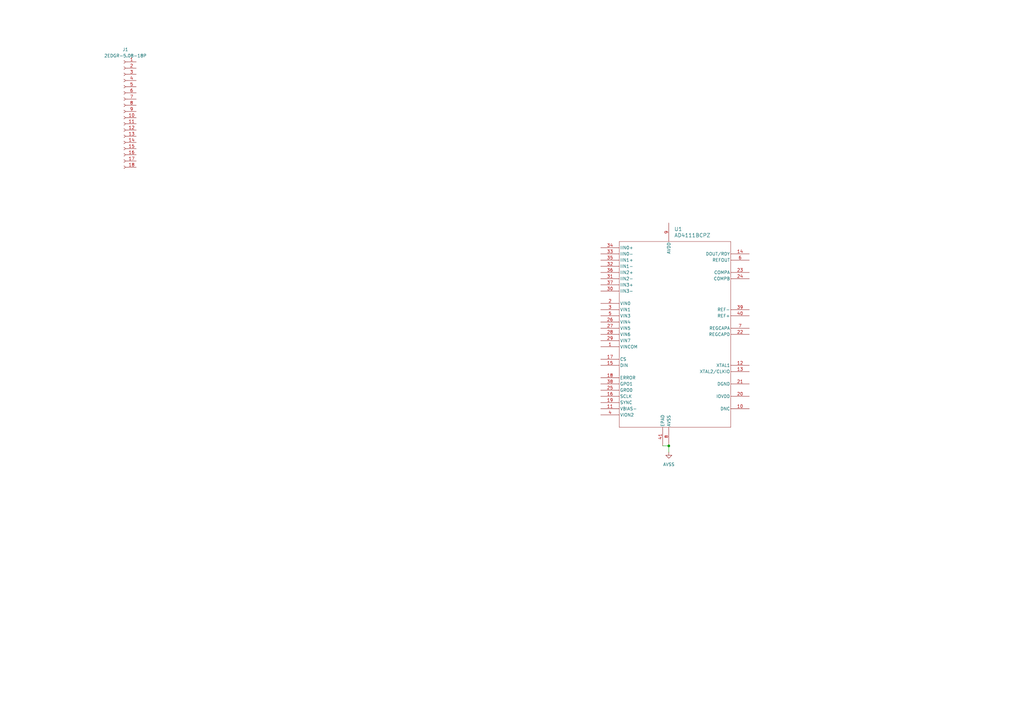
<source format=kicad_sch>
(kicad_sch (version 20231120) (generator "eeschema") (generator_version "8.0")
  (paper "A3")
  (lib_symbols
    (symbol "kicad_inventree_lib:AD4111BCPZ" (pin_names (offset 0.254))
      (property "Reference" "U" (at 0 4.064 0))
      (property "Value" "AD4111BCPZ" (at 0 1.524 0))
      (symbol "AD4111BCPZ_1_1"
        (polyline (pts (xy -22.86 -91.44) (xy 22.86 -91.44)) (stroke (width 0.127)))
        (polyline (pts (xy -22.86 -15.24) (xy -22.86 -91.44)) (stroke (width 0.127)))
        (polyline (pts (xy 22.86 -91.44) (xy 22.86 -15.24)) (stroke (width 0.127)))
        (polyline (pts (xy 22.86 -15.24) (xy -22.86 -15.24)) (stroke (width 0.127)))
        (pin unspecified line (at -30.48 -58.42 0) (length 7.62) (name "VINCOM") (number "1"))
        (pin unspecified line (at 30.48 -83.82 180) (length 7.62) (name "DNC") (number "10"))
        (pin unspecified line (at -30.48 -83.82 0) (length 7.62) (name "VBIAS-") (number "11"))
        (pin unspecified line (at 30.48 -66.04 180) (length 7.62) (name "XTAL1") (number "12"))
        (pin unspecified line (at 30.48 -68.58 180) (length 7.62) (name "XTAL2/CLKIO") (number "13"))
        (pin unspecified line (at 30.48 -20.32 180) (length 7.62) (name "DOUT/RDY") (number "14"))
        (pin unspecified line (at -30.48 -66.04 0) (length 7.62) (name "DIN") (number "15"))
        (pin unspecified line (at -30.48 -78.74 0) (length 7.62) (name "SCLK") (number "16"))
        (pin unspecified line (at -30.48 -63.5 0) (length 7.62) (name "CS") (number "17"))
        (pin unspecified line (at -30.48 -71.12 0) (length 7.62) (name "ERROR") (number "18"))
        (pin unspecified line (at -30.48 -81.28 0) (length 7.62) (name "SYNC") (number "19"))
        (pin unspecified line (at -30.48 -40.64 0) (length 7.62) (name "VIN0") (number "2"))
        (pin unspecified line (at 30.48 -78.74 180) (length 7.62) (name "IOVDD") (number "20"))
        (pin unspecified line (at 30.48 -73.66 180) (length 7.62) (name "DGND") (number "21"))
        (pin unspecified line (at 30.48 -53.34 180) (length 7.62) (name "REGCAPD") (number "22"))
        (pin unspecified line (at 30.48 -27.94 180) (length 7.62) (name "COMPA") (number "23"))
        (pin unspecified line (at 30.48 -30.48 180) (length 7.62) (name "COMPB") (number "24"))
        (pin unspecified line (at -30.48 -76.2 0) (length 7.62) (name "GRO0") (number "25"))
        (pin unspecified line (at -30.48 -48.26 0) (length 7.62) (name "VIN4") (number "26"))
        (pin unspecified line (at -30.48 -50.8 0) (length 7.62) (name "VIN5") (number "27"))
        (pin unspecified line (at -30.48 -53.34 0) (length 7.62) (name "VIN6") (number "28"))
        (pin unspecified line (at -30.48 -55.88 0) (length 7.62) (name "VIN7") (number "29"))
        (pin unspecified line (at -30.48 -43.18 0) (length 7.62) (name "VIN1") (number "3"))
        (pin unspecified line (at -30.48 -35.56 0) (length 7.62) (name "IIN3-") (number "30"))
        (pin unspecified line (at -30.48 -30.48 0) (length 7.62) (name "IIN2-") (number "31"))
        (pin unspecified line (at -30.48 -25.4 0) (length 7.62) (name "IIN1-") (number "32"))
        (pin unspecified line (at -30.48 -20.32 0) (length 7.62) (name "IIN0-") (number "33"))
        (pin unspecified line (at -30.48 -17.78 0) (length 7.62) (name "IIN0+") (number "34"))
        (pin unspecified line (at -30.48 -22.86 0) (length 7.62) (name "IIN1+") (number "35"))
        (pin unspecified line (at -30.48 -27.94 0) (length 7.62) (name "IIN2+") (number "36"))
        (pin unspecified line (at -30.48 -33.02 0) (length 7.62) (name "IIN3+") (number "37"))
        (pin unspecified line (at -30.48 -73.66 0) (length 7.62) (name "GPO1") (number "38"))
        (pin unspecified line (at 30.48 -43.18 180) (length 7.62) (name "REF-") (number "39"))
        (pin unspecified line (at -30.48 -86.36 0) (length 7.62) (name "VION2") (number "4"))
        (pin unspecified line (at 30.48 -45.72 180) (length 7.62) (name "REF+") (number "40"))
        (pin unspecified line (at -5.08 -99.06 90) (length 7.62) (name "EPAD") (number "41"))
        (pin unspecified line (at -30.48 -45.72 0) (length 7.62) (name "VIN3") (number "5"))
        (pin unspecified line (at 30.48 -22.86 180) (length 7.62) (name "REFOUT") (number "6"))
        (pin unspecified line (at 30.48 -50.8 180) (length 7.62) (name "REGCAPA") (number "7"))
        (pin unspecified line (at -2.54 -99.06 90) (length 7.62) (name "AVSS") (number "8"))
        (pin unspecified line (at -2.54 -7.62 270) (length 7.62) (name "AVDD") (number "9"))
      )
    )
    (symbol "kicad_inventree_lib:Degson_2EDGR-5.08-18P" (pin_names (offset 1.016) hide)
      (property "Reference" "J" (at 0 2.54 0))
      (property "Value" "2EDGR-5.08-18P" (at -4.572 -46.482 0))
      (symbol "Degson_2EDGR-5.08-18P_1_1"
        (arc (start 0 -42.672) (mid -0.5058 -43.18) (end 0 -43.688) (stroke (width 0.1524)))
        (arc (start 0 -40.132) (mid -0.5058 -40.64) (end 0 -41.148) (stroke (width 0.1524)))
        (arc (start 0 -37.592) (mid -0.5058 -38.1) (end 0 -38.608) (stroke (width 0.1524)))
        (arc (start 0 -35.052) (mid -0.5058 -35.56) (end 0 -36.068) (stroke (width 0.1524)))
        (arc (start 0 -32.512) (mid -0.5058 -33.02) (end 0 -33.528) (stroke (width 0.1524)))
        (arc (start 0 -29.972) (mid -0.5058 -30.48) (end 0 -30.988) (stroke (width 0.1524)))
        (arc (start 0 -27.432) (mid -0.5058 -27.94) (end 0 -28.448) (stroke (width 0.1524)))
        (arc (start 0 -24.892) (mid -0.5058 -25.4) (end 0 -25.908) (stroke (width 0.1524)))
        (arc (start 0 -22.352) (mid -0.5058 -22.86) (end 0 -23.368) (stroke (width 0.1524)))
        (arc (start 0 -19.812) (mid -0.5058 -20.32) (end 0 -20.828) (stroke (width 0.1524)))
        (arc (start 0 -17.272) (mid -0.5058 -17.78) (end 0 -18.288) (stroke (width 0.1524)))
        (arc (start 0 -14.732) (mid -0.5058 -15.24) (end 0 -15.748) (stroke (width 0.1524)))
        (arc (start 0 -12.192) (mid -0.5058 -12.7) (end 0 -13.208) (stroke (width 0.1524)))
        (arc (start 0 -9.652) (mid -0.5058 -10.16) (end 0 -10.668) (stroke (width 0.1524)))
        (arc (start 0 -7.112) (mid -0.5058 -7.62) (end 0 -8.128) (stroke (width 0.1524)))
        (arc (start 0 -4.572) (mid -0.5058 -5.08) (end 0 -5.588) (stroke (width 0.1524)))
        (arc (start 0 -2.032) (mid -0.5058 -2.54) (end 0 -3.048) (stroke (width 0.1524)))
        (polyline (pts (xy -1.27 -43.18) (xy -0.508 -43.18)) (stroke (width 0.1524)))
        (polyline (pts (xy -1.27 -40.64) (xy -0.508 -40.64)) (stroke (width 0.1524)))
        (polyline (pts (xy -1.27 -38.1) (xy -0.508 -38.1)) (stroke (width 0.1524)))
        (polyline (pts (xy -1.27 -35.56) (xy -0.508 -35.56)) (stroke (width 0.1524)))
        (polyline (pts (xy -1.27 -33.02) (xy -0.508 -33.02)) (stroke (width 0.1524)))
        (polyline (pts (xy -1.27 -30.48) (xy -0.508 -30.48)) (stroke (width 0.1524)))
        (polyline (pts (xy -1.27 -27.94) (xy -0.508 -27.94)) (stroke (width 0.1524)))
        (polyline (pts (xy -1.27 -25.4) (xy -0.508 -25.4)) (stroke (width 0.1524)))
        (polyline (pts (xy -1.27 -22.86) (xy -0.508 -22.86)) (stroke (width 0.1524)))
        (polyline (pts (xy -1.27 -20.32) (xy -0.508 -20.32)) (stroke (width 0.1524)))
        (polyline (pts (xy -1.27 -17.78) (xy -0.508 -17.78)) (stroke (width 0.1524)))
        (polyline (pts (xy -1.27 -15.24) (xy -0.508 -15.24)) (stroke (width 0.1524)))
        (polyline (pts (xy -1.27 -12.7) (xy -0.508 -12.7)) (stroke (width 0.1524)))
        (polyline (pts (xy -1.27 -10.16) (xy -0.508 -10.16)) (stroke (width 0.1524)))
        (polyline (pts (xy -1.27 -7.62) (xy -0.508 -7.62)) (stroke (width 0.1524)))
        (polyline (pts (xy -1.27 -5.08) (xy -0.508 -5.08)) (stroke (width 0.1524)))
        (polyline (pts (xy -1.27 -2.54) (xy -0.508 -2.54)) (stroke (width 0.1524)))
        (polyline (pts (xy -1.27 0) (xy -0.508 0)) (stroke (width 0.1524)))
        (arc (start 0 0.508) (mid -0.5058 0) (end 0 -0.508) (stroke (width 0.1524)))
        (pin passive line (at -5.08 0 0) (length 3.81) (name "Pin_1") (number "1"))
        (pin passive line (at -5.08 -22.86 0) (length 3.81) (name "Pin_10") (number "10"))
        (pin passive line (at -5.08 -25.4 0) (length 3.81) (name "Pin_11") (number "11"))
        (pin passive line (at -5.08 -27.94 0) (length 3.81) (name "Pin_12") (number "12"))
        (pin passive line (at -5.08 -30.48 0) (length 3.81) (name "Pin_13") (number "13"))
        (pin passive line (at -5.08 -33.02 0) (length 3.81) (name "Pin_14") (number "14"))
        (pin passive line (at -5.08 -35.56 0) (length 3.81) (name "Pin_15") (number "15"))
        (pin passive line (at -5.08 -38.1 0) (length 3.81) (name "Pin_16") (number "16"))
        (pin passive line (at -5.08 -40.64 0) (length 3.81) (name "Pin_17") (number "17"))
        (pin passive line (at -5.08 -43.18 0) (length 3.81) (name "Pin_18") (number "18"))
        (pin passive line (at -5.08 -2.54 0) (length 3.81) (name "Pin_2") (number "2"))
        (pin passive line (at -5.08 -5.08 0) (length 3.81) (name "Pin_3") (number "3"))
        (pin passive line (at -5.08 -7.62 0) (length 3.81) (name "Pin_4") (number "4"))
        (pin passive line (at -5.08 -10.16 0) (length 3.81) (name "Pin_5") (number "5"))
        (pin passive line (at -5.08 -12.7 0) (length 3.81) (name "Pin_6") (number "6"))
        (pin passive line (at -5.08 -15.24 0) (length 3.81) (name "Pin_7") (number "7"))
        (pin passive line (at -5.08 -17.78 0) (length 3.81) (name "Pin_8") (number "8"))
        (pin passive line (at -5.08 -20.32 0) (length 3.81) (name "Pin_9") (number "9"))
      )
    )
    (symbol "power:GND" (power) (pin_numbers hide) (pin_names (offset 0) hide)
      (property "Value" "GND" (at 0 -3.81 0))
      (symbol "GND_0_1"
        (polyline (pts (xy 0 0) (xy 0 -1.27) (xy 1.27 -1.27) (xy 0 -2.54) (xy -1.27 -1.27) (xy 0 -1.27)))
      )
      (symbol "GND_1_1"
        (pin power_in line (at 0 0 270) (length 0) (name "~") (number "1"))
      )
    )
  )
  (junction (at 274.32 182.88))
  (wire (pts (xy 271.78 182.88) (xy 274.32 182.88)))
  (wire (pts (xy 274.32 182.88) (xy 274.32 185.42)))
  (symbol (lib_id "kicad_inventree_lib:AD4111BCPZ") (at 276.86 83.82 0) (unit 1)
    (property "Reference" "U1" (at 276.5141 93.98 0) (effects (font (size 1.524 1.524)) (justify left)))
    (property "Value" "AD4111BCPZ" (at 276.5141 96.52 0) (effects (font (size 1.524 1.524)) (justify left)))
    (property "Footprint" "kicad_inventree_lib:AD4111BCPZ_ADI" (effects (hide yes)))
    (property "Datasheet" "http://inventree.network/part/73/" (effects (hide yes)))
    (property "part_ipn" "AD4111BCPZ" (effects (hide yes)))
  )
  (symbol (lib_id "power:GND") (at 274.32 185.42 0) (unit 1)
    (property "Reference" "#PWR01" (effects (hide yes)))
    (property "Value" "AVSS" (at 274.32 190.5 0))
    (property "Description" "Power symbol creates a global label with name \"GND\" , ground" (effects (hide yes)))
  )
  (symbol (lib_id "kicad_inventree_lib:Degson_2EDGR-5.08-18P") (at 50.8 25.4 0) (mirror y) (unit 1)
    (property "Reference" "J1" (at 51.435 20.32 0))
    (property "Value" "2EDGR-5.08-18P" (at 51.435 22.86 0))
    (property "Footprint" "NextPCB:Degson_2EDGR-5.08-18P" (effects (hide yes)))
    (property "Datasheet" "http://inventree.network/part/19/" (effects (hide yes)))
    (property "Description" "01x18" (effects (hide yes)))
    (property "NextPCB_url" "https://www.hqonline.com/product-detail/terminal-blocks-kangnex-wj2edgr-5-08-18p-2500349376" (effects (hide yes)))
    (property "NextPCB_price" "0.17085" (effects (hide yes)))
    (property "part_ipn" "2EDGR-5.08-18P" (effects (hide yes)))
  )
)
</source>
